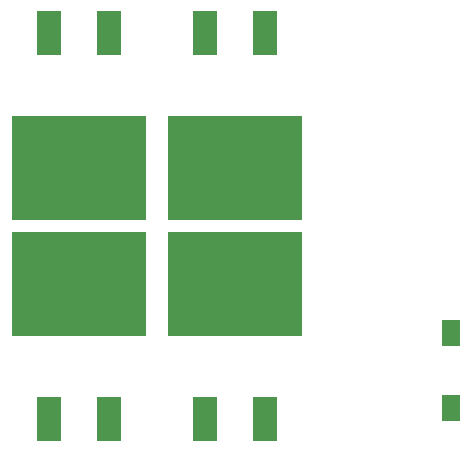
<source format=gbr>
G04 EAGLE Gerber RS-274X export*
G75*
%MOMM*%
%FSLAX34Y34*%
%LPD*%
%INSolderpaste Top*%
%IPPOS*%
%AMOC8*
5,1,8,0,0,1.08239X$1,22.5*%
G01*
%ADD10R,2.082800X3.810000*%
%ADD11R,11.430000X8.890000*%
%ADD12R,1.600000X2.300000*%


D10*
X237400Y565900D03*
X186600Y565900D03*
D11*
X212000Y451600D03*
D10*
X186600Y239100D03*
X237400Y239100D03*
D11*
X212000Y353400D03*
D10*
X54600Y239100D03*
X105400Y239100D03*
D11*
X80000Y353400D03*
D10*
X105400Y565900D03*
X54600Y565900D03*
D11*
X80000Y451600D03*
D12*
X395000Y248500D03*
X395000Y311500D03*
M02*

</source>
